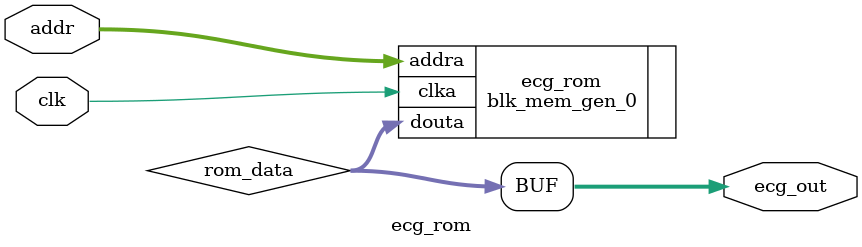
<source format=v>
module ecg_rom(
    input clk,
    input [12:0] addr,
    output signed [15:0] ecg_out
);

wire [15:0] rom_data;

blk_mem_gen_0 ecg_rom (
    .clka(clk),
    .addra(addr),
    .douta(rom_data)
);

// Convert to signed
assign ecg_out = rom_data;

endmodule

</source>
